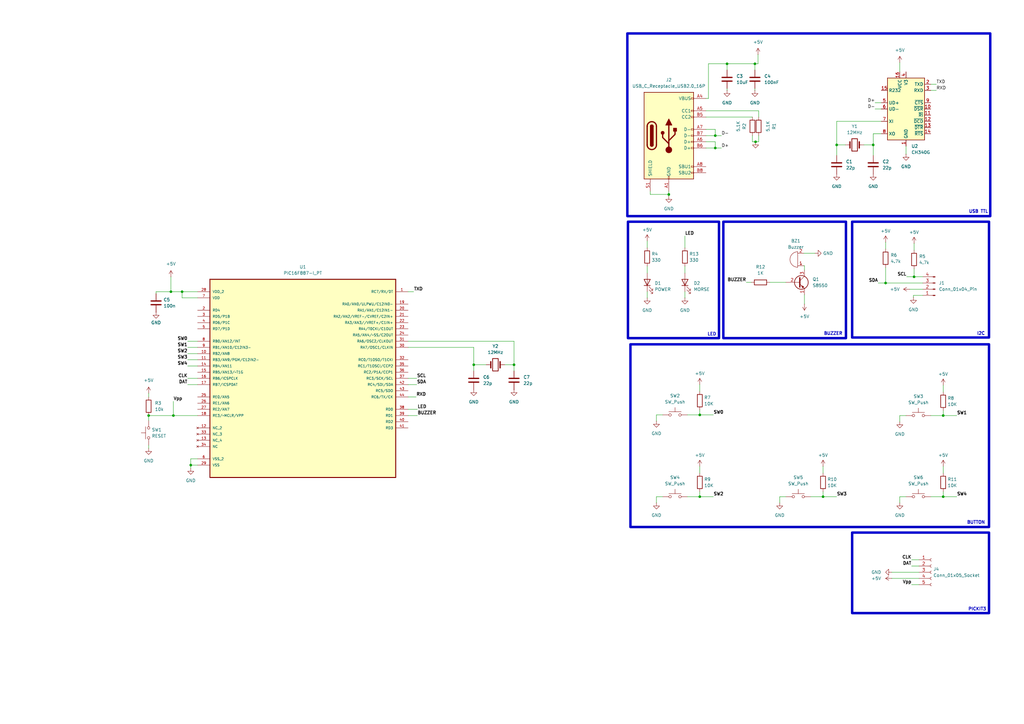
<source format=kicad_sch>
(kicad_sch (version 20231120) (generator "eeschema") (generator_version "8.0")
  (paper "A3")
  (lib_symbols
    (symbol "Connector:Conn_01x04_Pin" (pin_names (offset 1.016) hide)
      (property "Reference" "J" (at 0 5.08 0))
      (property "Value" "Conn_01x04_Pin" (at 0 -7.62 0))
      (symbol "Conn_01x04_Pin_1_1"
        (polyline (pts (xy 1.27 -5.08) (xy 0.8636 -5.08)) (stroke (width 0.1524)))
        (polyline (pts (xy 1.27 -2.54) (xy 0.8636 -2.54)) (stroke (width 0.1524)))
        (polyline (pts (xy 1.27 0) (xy 0.8636 0)) (stroke (width 0.1524)))
        (polyline (pts (xy 1.27 2.54) (xy 0.8636 2.54)) (stroke (width 0.1524)))
        (rectangle (start 0.8636 -4.953) (end 0 -5.207) (stroke (width 0.1524)) (fill (type outline)))
        (rectangle (start 0.8636 -2.413) (end 0 -2.667) (stroke (width 0.1524)) (fill (type outline)))
        (rectangle (start 0.8636 0.127) (end 0 -0.127) (stroke (width 0.1524)) (fill (type outline)))
        (rectangle (start 0.8636 2.667) (end 0 2.413) (stroke (width 0.1524)) (fill (type outline)))
        (pin passive line (at 5.08 2.54 180) (length 3.81) (name "Pin_1") (number "1"))
        (pin passive line (at 5.08 0 180) (length 3.81) (name "Pin_2") (number "2"))
        (pin passive line (at 5.08 -2.54 180) (length 3.81) (name "Pin_3") (number "3"))
        (pin passive line (at 5.08 -5.08 180) (length 3.81) (name "Pin_4") (number "4"))
      )
    )
    (symbol "Connector:Conn_01x05_Socket" (pin_names (offset 1.016) hide)
      (property "Reference" "J" (at 0 7.62 0))
      (property "Value" "Conn_01x05_Socket" (at 0 -7.62 0))
      (symbol "Conn_01x05_Socket_1_1"
        (arc (start 0 -4.572) (mid -0.5058 -5.08) (end 0 -5.588) (stroke (width 0.1524)))
        (arc (start 0 -2.032) (mid -0.5058 -2.54) (end 0 -3.048) (stroke (width 0.1524)))
        (polyline (pts (xy -1.27 -5.08) (xy -0.508 -5.08)) (stroke (width 0.1524)))
        (polyline (pts (xy -1.27 -2.54) (xy -0.508 -2.54)) (stroke (width 0.1524)))
        (polyline (pts (xy -1.27 0) (xy -0.508 0)) (stroke (width 0.1524)))
        (polyline (pts (xy -1.27 2.54) (xy -0.508 2.54)) (stroke (width 0.1524)))
        (polyline (pts (xy -1.27 5.08) (xy -0.508 5.08)) (stroke (width 0.1524)))
        (arc (start 0 0.508) (mid -0.5058 0) (end 0 -0.508) (stroke (width 0.1524)))
        (arc (start 0 3.048) (mid -0.5058 2.54) (end 0 2.032) (stroke (width 0.1524)))
        (arc (start 0 5.588) (mid -0.5058 5.08) (end 0 4.572) (stroke (width 0.1524)))
        (pin passive line (at -5.08 5.08 0) (length 3.81) (name "Pin_1") (number "1"))
        (pin passive line (at -5.08 2.54 0) (length 3.81) (name "Pin_2") (number "2"))
        (pin passive line (at -5.08 0 0) (length 3.81) (name "Pin_3") (number "3"))
        (pin passive line (at -5.08 -2.54 0) (length 3.81) (name "Pin_4") (number "4"))
        (pin passive line (at -5.08 -5.08 0) (length 3.81) (name "Pin_5") (number "5"))
      )
    )
    (symbol "Connector:USB_C_Receptacle_USB2.0_16P" (pin_names (offset 1.016))
      (property "Reference" "J" (at 0 22.225 0))
      (property "Value" "USB_C_Receptacle_USB2.0_16P" (at 0 19.685 0))
      (symbol "USB_C_Receptacle_USB2.0_16P_0_0"
        (rectangle (start -0.254 -17.78) (end 0.254 -16.764))
        (rectangle (start 10.16 -14.986) (end 9.144 -15.494))
        (rectangle (start 10.16 -12.446) (end 9.144 -12.954))
        (rectangle (start 10.16 -4.826) (end 9.144 -5.334))
        (rectangle (start 10.16 -2.286) (end 9.144 -2.794))
        (rectangle (start 10.16 0.254) (end 9.144 -0.254))
        (rectangle (start 10.16 2.794) (end 9.144 2.286))
        (rectangle (start 10.16 7.874) (end 9.144 7.366))
        (rectangle (start 10.16 10.414) (end 9.144 9.906))
        (rectangle (start 10.16 15.494) (end 9.144 14.986))
      )
      (symbol "USB_C_Receptacle_USB2.0_16P_0_1"
        (rectangle (start -10.16 17.78) (end 10.16 -17.78) (stroke (width 0.254)) (fill (type background)))
        (arc (start -8.89 -3.81) (mid -6.985 -5.7067) (end -5.08 -3.81) (stroke (width 0.508)))
        (arc (start -7.62 -3.81) (mid -6.985 -4.4423) (end -6.35 -3.81) (stroke (width 0.254)))
        (arc (start -7.62 -3.81) (mid -6.985 -4.4423) (end -6.35 -3.81) (stroke (width 0.254)) (fill (type outline)))
        (rectangle (start -7.62 -3.81) (end -6.35 3.81) (stroke (width 0.254)) (fill (type outline)))
        (arc (start -6.35 3.81) (mid -6.985 4.4423) (end -7.62 3.81) (stroke (width 0.254)))
        (arc (start -6.35 3.81) (mid -6.985 4.4423) (end -7.62 3.81) (stroke (width 0.254)) (fill (type outline)))
        (arc (start -5.08 3.81) (mid -6.985 5.7067) (end -8.89 3.81) (stroke (width 0.508)))
        (circle (center -2.54 1.143) (radius 0.635) (stroke (width 0.254)) (fill (type outline)))
        (circle (center 0 -5.842) (radius 1.27) (fill (type outline)))
        (polyline (pts (xy -8.89 -3.81) (xy -8.89 3.81)) (stroke (width 0.508)))
        (polyline (pts (xy -5.08 3.81) (xy -5.08 -3.81)) (stroke (width 0.508)))
        (polyline (pts (xy 0 -5.842) (xy 0 4.318)) (stroke (width 0.508)))
        (polyline (pts (xy 0 -3.302) (xy -2.54 -0.762) (xy -2.54 0.508)) (stroke (width 0.508)))
        (polyline (pts (xy 0 -2.032) (xy 2.54 0.508) (xy 2.54 1.778)) (stroke (width 0.508)))
        (polyline (pts (xy -1.27 4.318) (xy 0 6.858) (xy 1.27 4.318) (xy -1.27 4.318)) (stroke (width 0.254)) (fill (type outline)))
        (rectangle (start 1.905 1.778) (end 3.175 3.048) (stroke (width 0.254)) (fill (type outline)))
      )
      (symbol "USB_C_Receptacle_USB2.0_16P_1_1"
        (pin passive line (at 0 -22.86 90) (length 5.08) (name "GND") (number "A1"))
        (pin passive line (at 0 -22.86 90) (length 5.08) hide (name "GND") (number "A12"))
        (pin passive line (at 15.24 15.24 180) (length 5.08) (name "VBUS") (number "A4"))
        (pin bidirectional line (at 15.24 10.16 180) (length 5.08) (name "CC1") (number "A5"))
        (pin bidirectional line (at 15.24 -2.54 180) (length 5.08) (name "D+") (number "A6"))
        (pin bidirectional line (at 15.24 2.54 180) (length 5.08) (name "D-") (number "A7"))
        (pin bidirectional line (at 15.24 -12.7 180) (length 5.08) (name "SBU1") (number "A8"))
        (pin passive line (at 15.24 15.24 180) (length 5.08) hide (name "VBUS") (number "A9"))
        (pin passive line (at 0 -22.86 90) (length 5.08) hide (name "GND") (number "B1"))
        (pin passive line (at 0 -22.86 90) (length 5.08) hide (name "GND") (number "B12"))
        (pin passive line (at 15.24 15.24 180) (length 5.08) hide (name "VBUS") (number "B4"))
        (pin bidirectional line (at 15.24 7.62 180) (length 5.08) (name "CC2") (number "B5"))
        (pin bidirectional line (at 15.24 -5.08 180) (length 5.08) (name "D+") (number "B6"))
        (pin bidirectional line (at 15.24 0 180) (length 5.08) (name "D-") (number "B7"))
        (pin bidirectional line (at 15.24 -15.24 180) (length 5.08) (name "SBU2") (number "B8"))
        (pin passive line (at 15.24 15.24 180) (length 5.08) hide (name "VBUS") (number "B9"))
        (pin passive line (at -7.62 -22.86 90) (length 5.08) (name "SHIELD") (number "S1"))
      )
    )
    (symbol "Device:Buzzer" (pin_names (offset 0.0254) hide)
      (property "Reference" "BZ" (at 3.81 1.27 0))
      (property "Value" "Buzzer" (at 3.81 -1.27 0))
      (symbol "Buzzer_0_1"
        (arc (start 0 -3.175) (mid 3.1612 0) (end 0 3.175))
        (polyline (pts (xy -1.651 1.905) (xy -1.143 1.905)))
        (polyline (pts (xy -1.397 2.159) (xy -1.397 1.651)))
        (polyline (pts (xy 0 3.175) (xy 0 -3.175)))
      )
      (symbol "Buzzer_1_1"
        (pin passive line (at -2.54 2.54 0) (length 2.54) (name "-") (number "1"))
        (pin passive line (at -2.54 -2.54 0) (length 2.54) (name "+") (number "2"))
      )
    )
    (symbol "Device:C" (pin_numbers hide) (pin_names (offset 0.254))
      (property "Reference" "C" (at 0.635 2.54 0))
      (property "Value" "C" (at 0.635 -2.54 0))
      (symbol "C_0_1"
        (polyline (pts (xy -2.032 -0.762) (xy 2.032 -0.762)) (stroke (width 0.508)))
        (polyline (pts (xy -2.032 0.762) (xy 2.032 0.762)) (stroke (width 0.508)))
      )
      (symbol "C_1_1"
        (pin passive line (at 0 3.81 270) (length 2.794) (name "~") (number "1"))
        (pin passive line (at 0 -3.81 90) (length 2.794) (name "~") (number "2"))
      )
    )
    (symbol "Device:Crystal" (pin_numbers hide) (pin_names (offset 1.016) hide)
      (property "Reference" "Y" (at 0 3.81 0))
      (property "Value" "Crystal" (at 0 -3.81 0))
      (symbol "Crystal_0_1"
        (rectangle (start -1.143 2.54) (end 1.143 -2.54) (stroke (width 0.3048)))
        (polyline (pts (xy -2.54 0) (xy -1.905 0)))
        (polyline (pts (xy -1.905 -1.27) (xy -1.905 1.27)) (stroke (width 0.508)))
        (polyline (pts (xy 1.905 -1.27) (xy 1.905 1.27)) (stroke (width 0.508)))
        (polyline (pts (xy 2.54 0) (xy 1.905 0)))
      )
      (symbol "Crystal_1_1"
        (pin passive line (at -3.81 0 0) (length 1.27) (name "1") (number "1"))
        (pin passive line (at 3.81 0 180) (length 1.27) (name "2") (number "2"))
      )
    )
    (symbol "Device:LED" (pin_numbers hide) (pin_names (offset 1.016) hide)
      (property "Reference" "D" (at 0 2.54 0))
      (property "Value" "LED" (at 0 -2.54 0))
      (symbol "LED_0_1"
        (polyline (pts (xy -1.27 -1.27) (xy -1.27 1.27)) (stroke (width 0.254)))
        (polyline (pts (xy -1.27 0) (xy 1.27 0)))
        (polyline (pts (xy 1.27 -1.27) (xy 1.27 1.27) (xy -1.27 0) (xy 1.27 -1.27)) (stroke (width 0.254)))
        (polyline (pts (xy -3.048 -0.762) (xy -4.572 -2.286) (xy -3.81 -2.286) (xy -4.572 -2.286) (xy -4.572 -1.524)))
        (polyline (pts (xy -1.778 -0.762) (xy -3.302 -2.286) (xy -2.54 -2.286) (xy -3.302 -2.286) (xy -3.302 -1.524)))
      )
      (symbol "LED_1_1"
        (pin passive line (at -3.81 0 0) (length 2.54) (name "K") (number "1"))
        (pin passive line (at 3.81 0 180) (length 2.54) (name "A") (number "2"))
      )
    )
    (symbol "Device:R" (pin_numbers hide) (pin_names (offset 0))
      (property "Reference" "R" (at 2.032 0 90))
      (property "Value" "R" (at 0 0 90))
      (symbol "R_0_1"
        (rectangle (start -1.016 -2.54) (end 1.016 2.54) (stroke (width 0.254)))
      )
      (symbol "R_1_1"
        (pin passive line (at 0 3.81 270) (length 1.27) (name "~") (number "1"))
        (pin passive line (at 0 -3.81 90) (length 1.27) (name "~") (number "2"))
      )
    )
    (symbol "Interface_USB:CH340G"
      (property "Reference" "U" (at -5.08 13.97 0))
      (property "Value" "CH340G" (at 1.27 13.97 0))
      (symbol "CH340G_0_1"
        (rectangle (start -7.62 12.7) (end 7.62 -12.7) (stroke (width 0.254)) (fill (type background)))
      )
      (symbol "CH340G_1_1"
        (pin power_in line (at 0 -15.24 90) (length 2.54) (name "GND") (number "1"))
        (pin input line (at 10.16 0 180) (length 2.54) (name "~{DSR}") (number "10"))
        (pin input line (at 10.16 -2.54 180) (length 2.54) (name "~{RI}") (number "11"))
        (pin input line (at 10.16 -5.08 180) (length 2.54) (name "~{DCD}") (number "12"))
        (pin output line (at 10.16 -7.62 180) (length 2.54) (name "~{DTR}") (number "13"))
        (pin output line (at 10.16 -10.16 180) (length 2.54) (name "~{RTS}") (number "14"))
        (pin input line (at -10.16 7.62 0) (length 2.54) (name "R232") (number "15"))
        (pin power_in line (at -2.54 15.24 270) (length 2.54) (name "VCC") (number "16"))
        (pin output line (at 10.16 10.16 180) (length 2.54) (name "TXD") (number "2"))
        (pin input line (at 10.16 7.62 180) (length 2.54) (name "RXD") (number "3"))
        (pin power_out line (at 0 15.24 270) (length 2.54) (name "V3") (number "4"))
        (pin bidirectional line (at -10.16 2.54 0) (length 2.54) (name "UD+") (number "5"))
        (pin bidirectional line (at -10.16 0 0) (length 2.54) (name "UD-") (number "6"))
        (pin input line (at -10.16 -5.08 0) (length 2.54) (name "XI") (number "7"))
        (pin output line (at -10.16 -10.16 0) (length 2.54) (name "XO") (number "8"))
        (pin input line (at 10.16 2.54 180) (length 2.54) (name "~{CTS}") (number "9"))
      )
    )
    (symbol "PIC16F887-I_PT:PIC16F887-I_PT" (pin_names (offset 1.016))
      (property "Reference" "U" (at -6.8716 40.1864 0))
      (property "Value" "PIC16F887-I_PT" (at -5.6667 -46.9087 0))
      (symbol "PIC16F887-I_PT_0_0"
        (rectangle (start -38.1 -43.18) (end 38.1 38.1) (stroke (width 0.4064)) (fill (type background)))
        (pin bidirectional line (at 43.18 33.02 180) (length 5.08) (name "RC7/RX/DT") (number "1"))
        (pin bidirectional line (at -43.18 7.62 0) (length 5.08) (name "RB2/AN8") (number "10"))
        (pin bidirectional line (at -43.18 5.08 0) (length 5.08) (name "RB3/AN9/PGM/C12IN2-") (number "11"))
        (pin no_connect line (at -43.18 -22.86 0) (length 5.08) (name "NC_2") (number "12"))
        (pin no_connect line (at -43.18 -27.94 0) (length 5.08) (name "NC_4") (number "13"))
        (pin bidirectional line (at -43.18 2.54 0) (length 5.08) (name "RB4/AN11") (number "14"))
        (pin bidirectional line (at -43.18 0 0) (length 5.08) (name "RB5/AN13/~T1G") (number "15"))
        (pin bidirectional line (at -43.18 -2.54 0) (length 5.08) (name "RB6/ICSPCLK") (number "16"))
        (pin bidirectional line (at -43.18 -5.08 0) (length 5.08) (name "RB7/ICSPDAT") (number "17"))
        (pin bidirectional line (at -43.18 -17.78 0) (length 5.08) (name "RE3/~MCLR/VPP") (number "18"))
        (pin bidirectional line (at 43.18 27.94 180) (length 5.08) (name "RA0/AN0/ULPWU/C12IN0-") (number "19"))
        (pin bidirectional line (at -43.18 25.4 0) (length 5.08) (name "RD4") (number "2"))
        (pin bidirectional line (at 43.18 25.4 180) (length 5.08) (name "RA1/AN1/C12IN1-") (number "20"))
        (pin bidirectional line (at 43.18 22.86 180) (length 5.08) (name "RA2/AN2/VREF-/CVREF/C2IN+") (number "21"))
        (pin bidirectional line (at 43.18 20.32 180) (length 5.08) (name "RA3/AN3//VREF+/C1IN+") (number "22"))
        (pin bidirectional line (at 43.18 17.78 180) (length 5.08) (name "RA4/T0CKI/C1OUT") (number "23"))
        (pin bidirectional line (at 43.18 15.24 180) (length 5.08) (name "RA5/AN4/~SS/C2OUT") (number "24"))
        (pin bidirectional line (at -43.18 -10.16 0) (length 5.08) (name "RE0/AN5") (number "25"))
        (pin bidirectional line (at -43.18 -12.7 0) (length 5.08) (name "RE1/AN6") (number "26"))
        (pin bidirectional line (at -43.18 -15.24 0) (length 5.08) (name "RE2/AN7") (number "27"))
        (pin power_in line (at -43.18 33.02 0) (length 5.08) (name "VDD_2") (number "28"))
        (pin passive line (at -43.18 -38.1 0) (length 5.08) (name "VSS") (number "29"))
        (pin bidirectional line (at -43.18 22.86 0) (length 5.08) (name "RD5/P1B") (number "3"))
        (pin bidirectional line (at 43.18 10.16 180) (length 5.08) (name "RA7/OSC1/CLKIN") (number "30"))
        (pin bidirectional line (at 43.18 12.7 180) (length 5.08) (name "RA6/OSC2/CLKOUT") (number "31"))
        (pin bidirectional line (at 43.18 5.08 180) (length 5.08) (name "RC0/T1OSO/T1CKI") (number "32"))
        (pin no_connect line (at -43.18 -25.4 0) (length 5.08) (name "NC_3") (number "33"))
        (pin no_connect line (at -43.18 -30.48 0) (length 5.08) (name "NC") (number "34"))
        (pin bidirectional line (at 43.18 2.54 180) (length 5.08) (name "RC1/T1OSCI/CCP2") (number "35"))
        (pin bidirectional line (at 43.18 0 180) (length 5.08) (name "RC2/P1A/CCP1") (number "36"))
        (pin bidirectional line (at 43.18 -2.54 180) (length 5.08) (name "RC3/SCK/SCL") (number "37"))
        (pin bidirectional line (at 43.18 -15.24 180) (length 5.08) (name "RD0") (number "38"))
        (pin bidirectional line (at 43.18 -17.78 180) (length 5.08) (name "RD1") (number "39"))
        (pin bidirectional line (at -43.18 20.32 0) (length 5.08) (name "RD6/P1C") (number "4"))
        (pin bidirectional line (at 43.18 -20.32 180) (length 5.08) (name "RD2") (number "40"))
        (pin bidirectional line (at 43.18 -22.86 180) (length 5.08) (name "RD3") (number "41"))
        (pin bidirectional line (at 43.18 -5.08 180) (length 5.08) (name "RC4/SDI/SDA") (number "42"))
        (pin bidirectional line (at 43.18 -7.62 180) (length 5.08) (name "RC5/SDO") (number "43"))
        (pin bidirectional line (at 43.18 -10.16 180) (length 5.08) (name "RC6/TX/CK") (number "44"))
        (pin bidirectional line (at -43.18 17.78 0) (length 5.08) (name "RD7/P1D") (number "5"))
        (pin passive line (at -43.18 -35.56 0) (length 5.08) (name "VSS_2") (number "6"))
        (pin power_in line (at -43.18 30.48 0) (length 5.08) (name "VDD") (number "7"))
        (pin bidirectional line (at -43.18 12.7 0) (length 5.08) (name "RB0/AN12/INT") (number "8"))
        (pin bidirectional line (at -43.18 10.16 0) (length 5.08) (name "RB1/AN10/C12IN3-") (number "9"))
      )
    )
    (symbol "Switch:SW_Push" (pin_numbers hide) (pin_names (offset 1.016) hide)
      (property "Reference" "SW" (at 1.27 2.54 0))
      (property "Value" "SW_Push" (at 0 -1.524 0))
      (symbol "SW_Push_0_1"
        (circle (center -2.032 0) (radius 0.508))
        (polyline (pts (xy 0 1.27) (xy 0 3.048)))
        (polyline (pts (xy 2.54 1.27) (xy -2.54 1.27)))
        (circle (center 2.032 0) (radius 0.508))
        (pin passive line (at -5.08 0 0) (length 2.54) (name "1") (number "1"))
        (pin passive line (at 5.08 0 180) (length 2.54) (name "2") (number "2"))
      )
    )
    (symbol "Transistor_BJT:S8550" (pin_names (offset 0) hide)
      (property "Reference" "Q" (at 5.08 1.905 0))
      (property "Value" "S8550" (at 5.08 0 0))
      (symbol "S8550_0_1"
        (polyline (pts (xy 0 0) (xy 0.635 0)))
        (polyline (pts (xy 2.54 -2.54) (xy 0.635 -0.635)))
        (polyline (pts (xy 2.54 2.54) (xy 0.635 0.635)))
        (polyline (pts (xy 0.635 1.905) (xy 0.635 -1.905) (xy 0.635 -1.905)) (stroke (width 0.508)) (fill (type outline)))
        (polyline (pts (xy 1.778 -2.286) (xy 2.286 -1.778) (xy 1.27 -1.27) (xy 1.778 -2.286) (xy 1.778 -2.286)) (fill (type outline)))
        (circle (center 1.27 0) (radius 2.8194) (stroke (width 0.254)))
      )
      (symbol "S8550_1_1"
        (pin passive line (at 2.54 -5.08 90) (length 2.54) (name "E") (number "1"))
        (pin input line (at -5.08 0 0) (length 5.08) (name "B") (number "2"))
        (pin passive line (at 2.54 5.08 270) (length 2.54) (name "C") (number "3"))
      )
    )
    (symbol "power:+5V" (power) (pin_numbers hide) (pin_names (offset 0) hide)
      (property "Value" "+5V" (at 0 3.556 0))
      (symbol "+5V_0_1"
        (polyline (pts (xy -0.762 1.27) (xy 0 2.54)))
        (polyline (pts (xy 0 0) (xy 0 2.54)))
        (polyline (pts (xy 0 2.54) (xy 0.762 1.27)))
      )
      (symbol "+5V_1_1"
        (pin power_in line (at 0 0 90) (length 0) (name "~") (number "1"))
      )
    )
    (symbol "power:GND" (power) (pin_numbers hide) (pin_names (offset 0) hide)
      (property "Value" "GND" (at 0 -3.81 0))
      (symbol "GND_0_1"
        (polyline (pts (xy 0 0) (xy 0 -1.27) (xy 1.27 -1.27) (xy 0 -2.54) (xy -1.27 -1.27) (xy 0 -1.27)))
      )
      (symbol "GND_1_1"
        (pin power_in line (at 0 0 270) (length 0) (name "~") (number "1"))
      )
    )
  )
  (junction (at 337.566 203.708))
  (junction (at 386.842 203.708))
  (junction (at 60.96 170.434))
  (junction (at 71.12 170.434))
  (junction (at 363.22 116.078))
  (junction (at 293.37 60.706))
  (junction (at 298.196 26.162))
  (junction (at 70.104 119.634))
  (junction (at 386.842 170.434))
  (junction (at 343.154 59.436))
  (junction (at 358.14 59.436))
  (junction (at 309.88 58.166))
  (junction (at 194.31 149.606))
  (junction (at 287.02 170.18))
  (junction (at 78.232 190.754))
  (junction (at 210.82 149.606))
  (junction (at 287.02 203.708))
  (junction (at 274.32 79.756))
  (junction (at 293.37 55.626))
  (junction (at 374.904 113.538))
  (junction (at 74.676 119.634))
  (junction (at 309.626 26.162))
  (wire (pts (xy 374.904 113.538) (xy 378.46 113.538)))
  (wire (pts (xy 373.888 229.616) (xy 376.936 229.616)))
  (wire (pts (xy 293.37 60.706) (xy 293.37 58.166)))
  (wire (pts (xy 71.12 170.434) (xy 81.026 170.434)))
  (wire (pts (xy 81.026 188.214) (xy 78.232 188.214)))
  (wire (pts (xy 293.37 60.706) (xy 295.91 60.706)))
  (wire (pts (xy 306.07 115.824) (xy 308.102 115.824)))
  (wire (pts (xy 274.32 78.486) (xy 274.32 79.756)))
  (wire (pts (xy 60.96 182.626) (xy 60.96 183.896)))
  (wire (pts (xy 269.24 203.708) (xy 271.78 203.708)))
  (wire (pts (xy 373.888 232.156) (xy 376.936 232.156)))
  (wire (pts (xy 298.196 26.162) (xy 309.626 26.162)))
  (wire (pts (xy 329.946 108.966) (xy 329.692 108.966)))
  (wire (pts (xy 76.962 155.194) (xy 81.026 155.194)))
  (wire (pts (xy 269.24 206.248) (xy 269.24 203.708)))
  (wire (pts (xy 289.56 60.706) (xy 293.37 60.706)))
  (wire (pts (xy 386.842 191.262) (xy 386.842 194.056)))
  (wire (pts (xy 363.22 99.314) (xy 363.22 102.108)))
  (wire (pts (xy 363.22 109.728) (xy 363.22 116.078)))
  (wire (pts (xy 373.126 118.618) (xy 378.46 118.618)))
  (wire (pts (xy 290.576 40.386) (xy 289.56 40.386)))
  (wire (pts (xy 289.56 53.086) (xy 293.37 53.086)))
  (wire (pts (xy 76.962 147.574) (xy 81.026 147.574)))
  (wire (pts (xy 371.856 113.538) (xy 374.904 113.538)))
  (wire (pts (xy 207.01 149.606) (xy 210.82 149.606)))
  (wire (pts (xy 74.676 122.174) (xy 74.676 119.634)))
  (wire (pts (xy 315.722 115.824) (xy 322.326 115.824)))
  (wire (pts (xy 289.56 48.006) (xy 308.61 48.006)))
  (wire (pts (xy 386.842 168.402) (xy 386.842 170.434)))
  (wire (pts (xy 167.386 139.954) (xy 210.82 139.954)))
  (wire (pts (xy 290.576 26.162) (xy 298.196 26.162)))
  (wire (pts (xy 194.31 149.606) (xy 199.39 149.606)))
  (wire (pts (xy 337.566 201.676) (xy 337.566 203.708)))
  (wire (pts (xy 369.062 206.248) (xy 369.062 203.708)))
  (wire (pts (xy 365.76 234.696) (xy 376.936 234.696)))
  (wire (pts (xy 293.37 53.086) (xy 293.37 55.626)))
  (wire (pts (xy 360.172 116.078) (xy 363.22 116.078)))
  (wire (pts (xy 76.962 139.954) (xy 81.026 139.954)))
  (wire (pts (xy 369.062 170.434) (xy 371.602 170.434)))
  (wire (pts (xy 337.566 191.262) (xy 337.566 194.056)))
  (wire (pts (xy 354.33 59.436) (xy 358.14 59.436)))
  (wire (pts (xy 74.676 122.174) (xy 81.026 122.174)))
  (wire (pts (xy 386.842 201.676) (xy 386.842 203.708)))
  (wire (pts (xy 60.96 170.434) (xy 60.96 172.466)))
  (wire (pts (xy 60.96 170.434) (xy 71.12 170.434)))
  (wire (pts (xy 70.104 119.634) (xy 74.676 119.634)))
  (wire (pts (xy 269.24 172.72) (xy 269.24 170.18)))
  (wire (pts (xy 78.232 190.754) (xy 78.232 192.024)))
  (wire (pts (xy 289.56 55.626) (xy 293.37 55.626)))
  (wire (pts (xy 343.154 59.436) (xy 343.154 49.784)))
  (wire (pts (xy 210.82 139.954) (xy 210.82 149.606)))
  (wire (pts (xy 343.154 59.436) (xy 346.71 59.436)))
  (wire (pts (xy 266.7 79.756) (xy 274.32 79.756)))
  (wire (pts (xy 358.902 44.704) (xy 361.442 44.704)))
  (wire (pts (xy 265.43 119.634) (xy 265.43 122.174)))
  (wire (pts (xy 280.924 96.774) (xy 280.924 101.6)))
  (wire (pts (xy 358.14 54.864) (xy 358.14 59.436)))
  (wire (pts (xy 167.386 142.494) (xy 194.31 142.494)))
  (wire (pts (xy 329.692 103.886) (xy 334.264 103.886)))
  (wire (pts (xy 287.02 168.148) (xy 287.02 170.18)))
  (wire (pts (xy 274.32 79.756) (xy 274.32 80.518)))
  (wire (pts (xy 381.762 34.544) (xy 384.048 34.544)))
  (wire (pts (xy 71.12 164.592) (xy 71.12 170.434)))
  (wire (pts (xy 287.02 203.708) (xy 292.608 203.708)))
  (wire (pts (xy 280.924 119.634) (xy 280.924 122.174)))
  (wire (pts (xy 167.386 170.434) (xy 171.196 170.434)))
  (wire (pts (xy 265.43 98.806) (xy 265.43 101.6)))
  (wire (pts (xy 309.626 26.162) (xy 310.896 26.162)))
  (wire (pts (xy 167.386 162.814) (xy 170.688 162.814)))
  (wire (pts (xy 290.576 26.162) (xy 290.576 40.386)))
  (wire (pts (xy 76.962 142.494) (xy 81.026 142.494)))
  (wire (pts (xy 310.896 26.162) (xy 310.896 22.352)))
  (wire (pts (xy 369.062 203.708) (xy 371.602 203.708)))
  (wire (pts (xy 343.154 49.784) (xy 361.442 49.784)))
  (wire (pts (xy 280.924 109.22) (xy 280.924 112.014)))
  (wire (pts (xy 293.37 55.626) (xy 295.91 55.626)))
  (wire (pts (xy 266.7 78.486) (xy 266.7 79.756)))
  (wire (pts (xy 194.31 142.494) (xy 194.31 149.606)))
  (wire (pts (xy 298.196 36.322) (xy 298.196 37.084)))
  (wire (pts (xy 167.386 119.634) (xy 169.672 119.634)))
  (wire (pts (xy 78.232 188.214) (xy 78.232 190.754)))
  (wire (pts (xy 319.786 206.248) (xy 319.786 203.708)))
  (wire (pts (xy 70.104 113.538) (xy 70.104 119.634)))
  (wire (pts (xy 289.56 45.466) (xy 311.15 45.466)))
  (wire (pts (xy 287.02 170.18) (xy 292.608 170.18)))
  (wire (pts (xy 298.196 26.162) (xy 298.196 28.702)))
  (wire (pts (xy 365.76 237.236) (xy 376.936 237.236)))
  (wire (pts (xy 369.062 172.974) (xy 369.062 170.434)))
  (wire (pts (xy 76.962 145.034) (xy 81.026 145.034)))
  (wire (pts (xy 281.94 203.708) (xy 287.02 203.708)))
  (wire (pts (xy 78.232 190.754) (xy 81.026 190.754)))
  (wire (pts (xy 374.65 121.158) (xy 374.65 121.92)))
  (wire (pts (xy 358.14 54.864) (xy 361.442 54.864)))
  (wire (pts (xy 381.762 170.434) (xy 386.842 170.434)))
  (wire (pts (xy 287.02 191.262) (xy 287.02 194.056)))
  (wire (pts (xy 332.486 203.708) (xy 337.566 203.708)))
  (wire (pts (xy 76.962 157.734) (xy 81.026 157.734)))
  (wire (pts (xy 371.602 59.944) (xy 371.602 63.246)))
  (wire (pts (xy 74.676 119.634) (xy 81.026 119.634)))
  (wire (pts (xy 358.14 59.436) (xy 358.14 63.754)))
  (wire (pts (xy 319.786 203.708) (xy 322.326 203.708)))
  (wire (pts (xy 386.842 203.708) (xy 392.43 203.708)))
  (wire (pts (xy 311.15 58.166) (xy 311.15 55.626)))
  (wire (pts (xy 381.762 37.084) (xy 384.048 37.084)))
  (wire (pts (xy 329.946 120.904) (xy 329.946 124.714)))
  (wire (pts (xy 373.888 239.776) (xy 376.936 239.776)))
  (wire (pts (xy 269.24 170.18) (xy 271.78 170.18)))
  (wire (pts (xy 167.386 155.194) (xy 170.942 155.194)))
  (wire (pts (xy 308.61 58.166) (xy 309.88 58.166)))
  (wire (pts (xy 308.61 55.626) (xy 308.61 58.166)))
  (wire (pts (xy 378.46 121.158) (xy 374.65 121.158)))
  (wire (pts (xy 287.02 157.734) (xy 287.02 160.528)))
  (wire (pts (xy 343.154 59.436) (xy 343.154 63.754)))
  (wire (pts (xy 309.626 36.322) (xy 309.626 37.084)))
  (wire (pts (xy 281.94 170.18) (xy 287.02 170.18)))
  (wire (pts (xy 374.904 110.236) (xy 374.904 113.538)))
  (wire (pts (xy 386.842 157.988) (xy 386.842 160.782)))
  (wire (pts (xy 167.386 167.894) (xy 171.196 167.894)))
  (wire (pts (xy 369.062 25.654) (xy 369.062 29.464)))
  (wire (pts (xy 289.56 58.166) (xy 293.37 58.166)))
  (wire (pts (xy 287.02 201.676) (xy 287.02 203.708)))
  (wire (pts (xy 265.43 109.22) (xy 265.43 112.014)))
  (wire (pts (xy 64.008 120.396) (xy 64.008 119.634)))
  (wire (pts (xy 358.902 42.164) (xy 361.442 42.164)))
  (wire (pts (xy 167.386 157.734) (xy 170.942 157.734)))
  (wire (pts (xy 374.904 99.822) (xy 374.904 102.616)))
  (wire (pts (xy 194.31 152.146) (xy 194.31 149.606)))
  (wire (pts (xy 311.15 45.466) (xy 311.15 48.006)))
  (wire (pts (xy 309.88 58.166) (xy 311.15 58.166)))
  (wire (pts (xy 210.82 149.606) (xy 210.82 152.146)))
  (wire (pts (xy 381.762 203.708) (xy 386.842 203.708)))
  (wire (pts (xy 386.842 170.434) (xy 392.43 170.434)))
  (wire (pts (xy 329.946 110.744) (xy 329.946 108.966)))
  (wire (pts (xy 309.626 26.162) (xy 309.626 28.702)))
  (wire (pts (xy 60.96 161.29) (xy 60.96 162.814)))
  (wire (pts (xy 64.008 119.634) (xy 70.104 119.634)))
  (wire (pts (xy 76.962 150.114) (xy 81.026 150.114)))
  (wire (pts (xy 337.566 203.708) (xy 343.154 203.708)))
  (wire (pts (xy 363.22 116.078) (xy 378.46 116.078)))
  (rectangle (start 296.672 90.932) (end 346.964 138.684) (stroke (width 1)))
  (rectangle (start 257.556 90.932) (end 294.894 138.684) (stroke (width 1)))
  (rectangle (start 349.504 90.932) (end 405.638 138.43) (stroke (width 1)))
  (rectangle (start 258.572 141.224) (end 405.638 216.154) (stroke (width 1)))
  (rectangle (start 349.504 218.44) (end 405.638 251.46) (stroke (width 1)))
  (rectangle (start 257.302 13.716) (end 406.146 88.646) (stroke (width 1)))
  (text "LED" (at 290.068 137.922 0) (effects (font (size 1.27 1.27) (bold yes)) (justify left bottom)))
  (text "BUTTON" (at 400.304 214.376 0) (effects (font (size 1.27 1.27) (thickness 0.254) (bold yes))))
  (text "BUZZER\n" (at 337.82 137.668 0) (effects (font (size 1.27 1.27) (bold yes)) (justify left bottom)))
  (text "I2C\n" (at 402.336 136.906 0) (effects (font (size 1.27 1.27) (thickness 0.254) (bold yes))))
  (text "PICKIT3\n" (at 400.812 249.936 0) (effects (font (size 1.27 1.27) (thickness 0.254) (bold yes))))
  (text "USB TTL" (at 401.32 86.868 0) (effects (font (size 1.27 1.27) (thickness 0.254) (bold yes))))
  (label "SW1" (at 76.962 142.494 180) (effects (font (bold yes))))
  (label "Vpp" (at 71.12 164.592 0) (effects (font (bold yes))))
  (label "D-" (at 295.91 55.626 0))
  (label "TXD" (at 384.048 34.544 0))
  (label "SDA" (at 170.942 157.734 0) (effects (font (bold yes))))
  (label "SW4" (at 76.962 150.114 180) (effects (font (bold yes))))
  (label "SW3" (at 343.154 203.708 0) (effects (font (bold yes))))
  (label "Vpp" (at 373.888 239.776 180) (effects (font (bold yes))))
  (label "SW1" (at 392.43 170.434 0) (effects (font (bold yes))))
  (label "LED" (at 280.924 96.774 0) (effects (font (bold yes))))
  (label "SW2" (at 292.608 203.708 0) (effects (font (bold yes))))
  (label "DAT" (at 76.962 157.734 180) (effects (font (bold yes))))
  (label "D+" (at 295.91 60.706 0))
  (label "BUZZER" (at 171.196 170.434 0) (effects (font (bold yes))))
  (label "BUZZER" (at 306.07 115.824 180) (effects (font (bold yes))))
  (label "TXD" (at 169.672 119.634 0) (effects (font (bold yes))))
  (label "D+" (at 358.902 42.164 180))
  (label "SW4" (at 392.43 203.708 0) (effects (font (bold yes))))
  (label "LED" (at 171.196 167.894 0) (effects (font (bold yes))))
  (label "SDA" (at 360.172 116.078 180) (effects (font (bold yes))))
  (label "SW0" (at 76.962 139.954 180) (effects (font (bold yes))))
  (label "D-" (at 358.902 44.704 180))
  (label "SCL" (at 170.942 155.194 0) (effects (font (bold yes))))
  (label "RXD" (at 170.688 162.814 0) (effects (font (bold yes))))
  (label "SW3" (at 76.962 147.574 180) (effects (font (bold yes))))
  (label "CLK" (at 76.962 155.194 180) (effects (font (bold yes))))
  (label "SW2" (at 76.962 145.034 180) (effects (font (bold yes))))
  (label "CLK" (at 373.888 229.616 180) (effects (font (bold yes))))
  (label "RXD" (at 384.048 37.084 0))
  (label "SW0" (at 292.608 170.18 0) (effects (font (bold yes))))
  (label "DAT" (at 373.888 232.156 180) (effects (font (bold yes))))
  (label "SCL" (at 371.856 113.538 180) (effects (font (bold yes))))
  (symbol (lib_id "power:GND") (at 194.31 159.766 0) (unit 1)
    (property "Reference" "#PWR015" (effects (hide yes)))
    (property "Value" "GND" (at 194.31 164.846 0))
    (property "Description" "Power symbol creates a global label with name \"GND\" , ground" (effects (hide yes)))
  )
  (symbol (lib_id "power:GND") (at 374.65 121.92 0) (unit 1)
    (property "Reference" "#PWR022" (effects (hide yes)))
    (property "Value" "GND" (at 374.65 127 0))
    (property "Description" "Power symbol creates a global label with name \"GND\" , ground" (effects (hide yes)))
  )
  (symbol (lib_id "power:GND") (at 60.96 183.896 0) (unit 1)
    (property "Reference" "#PWR014" (effects (hide yes)))
    (property "Value" "GND" (at 60.96 188.976 0))
    (property "Description" "Power symbol creates a global label with name \"GND\" , ground" (effects (hide yes)))
  )
  (symbol (lib_id "Switch:SW_Push") (at 327.406 203.708 0) (unit 1)
    (property "Reference" "SW5" (at 327.406 195.834 0))
    (property "Value" "SW_Push" (at 327.406 198.374 0))
    (property "Footprint" "Button_Switch_SMD:SW_Push_1P1T_NO_6x6mm_H9.5mm" (effects (hide yes)))
    (property "Description" "Push button switch, generic, two pins" (effects (hide yes)))
  )
  (symbol (lib_id "Switch:SW_Push") (at 60.96 177.546 90) (unit 1)
    (property "Reference" "SW1" (at 62.23 176.2759 90) (effects (justify right)))
    (property "Value" "RESET" (at 62.23 178.8159 90) (effects (justify right)))
    (property "Footprint" "Button_Switch_SMD:SW_Push_1P1T_NO_6x6mm_H9.5mm" (effects (hide yes)))
    (property "Description" "Push button switch, generic, two pins" (effects (hide yes)))
  )
  (symbol (lib_id "power:GND") (at 343.154 71.374 0) (unit 1)
    (property "Reference" "#PWR04" (effects (hide yes)))
    (property "Value" "GND" (at 343.154 76.454 0))
    (property "Description" "Power symbol creates a global label with name \"GND\" , ground" (effects (hide yes)))
  )
  (symbol (lib_id "power:GND") (at 274.32 80.518 0) (unit 1)
    (property "Reference" "#PWR02" (effects (hide yes)))
    (property "Value" "GND" (at 274.32 85.598 0))
    (property "Description" "Power symbol creates a global label with name \"GND\" , ground" (effects (hide yes)))
  )
  (symbol (lib_id "Switch:SW_Push") (at 276.86 170.18 0) (unit 1)
    (property "Reference" "SW2" (at 276.86 162.306 0))
    (property "Value" "SW_Push" (at 276.86 164.846 0))
    (property "Footprint" "Button_Switch_SMD:SW_Push_1P1T_NO_6x6mm_H9.5mm" (effects (hide yes)))
    (property "Description" "Push button switch, generic, two pins" (effects (hide yes)))
  )
  (symbol (lib_id "Device:R") (at 280.924 105.41 0) (unit 1)
    (property "Reference" "R13" (at 282.702 104.1399 0) (effects (justify left)))
    (property "Value" "330" (at 282.702 106.6799 0) (effects (justify left)))
    (property "Footprint" "Capacitor_SMD:C_0603_1608Metric" (effects (hide yes)))
    (property "Description" "Resistor" (effects (hide yes)))
  )
  (symbol (lib_id "power:GND") (at 298.196 37.084 0) (unit 1)
    (property "Reference" "#PWR06" (effects (hide yes)))
    (property "Value" "GND" (at 298.196 42.164 0))
    (property "Description" "Power symbol creates a global label with name \"GND\" , ground" (effects (hide yes)))
  )
  (symbol (lib_id "power:+5V") (at 374.904 99.822 0) (unit 1)
    (property "Reference" "#PWR019" (effects (hide yes)))
    (property "Value" "+5V" (at 374.904 95.25 0))
    (property "Description" "Power symbol creates a global label with name \"+5V\"" (effects (hide yes)))
  )
  (symbol (lib_id "Device:R") (at 386.842 197.866 0) (unit 1)
    (property "Reference" "R11" (at 388.62 196.5959 0) (effects (justify left)))
    (property "Value" "10K" (at 388.62 199.1359 0) (effects (justify left)))
    (property "Footprint" "Capacitor_SMD:C_0603_1608Metric" (effects (hide yes)))
    (property "Description" "Resistor" (effects (hide yes)))
  )
  (symbol (lib_id "power:+5V") (at 329.946 124.714 180) (unit 1)
    (property "Reference" "#PWR033" (effects (hide yes)))
    (property "Value" "+5V" (at 329.946 129.794 0))
  )
  (symbol (lib_id "power:+5V") (at 287.02 191.262 0) (unit 1)
    (property "Reference" "#PWR028" (effects (hide yes)))
    (property "Value" "+5V" (at 287.02 186.69 0))
    (property "Description" "Power symbol creates a global label with name \"+5V\"" (effects (hide yes)))
  )
  (symbol (lib_id "Device:R") (at 60.96 166.624 0) (unit 1)
    (property "Reference" "R3" (at 63.5 165.3539 0) (effects (justify left)))
    (property "Value" "10k" (at 63.5 167.8939 0) (effects (justify left)))
    (property "Footprint" "Capacitor_SMD:C_0603_1608Metric" (effects (hide yes)))
    (property "Description" "Resistor" (effects (hide yes)))
  )
  (symbol (lib_id "PIC16F887-I_PT:PIC16F887-I_PT") (at 124.206 152.654 0) (unit 1)
    (property "Reference" "U1" (at 124.206 109.474 0))
    (property "Value" "PIC16F887-I_PT" (at 124.206 112.014 0))
    (property "Footprint" "Package_QFP:TQFP-44_10x10mm_P0.8mm" (effects (hide yes)))
    (property "MF" "Microchip" (effects (hide yes)))
    (property "Description_1" "\nMCU, 8-Bit, 8KW Flash, 368 RAM, 36 I/O, TQFP-44 | Microchip Technology Inc. PIC16F887-I/PT\n" (effects (hide yes)))
    (property "PACKAGE" "QFP-44" (effects (hide yes)))
    (property "MPN" "PIC16F887-I/PT" (effects (hide yes)))
    (property "Price" "None" (effects (hide yes)))
    (property "Package" "TQFP-44 Microchip" (effects (hide yes)))
    (property "OC_FARNELL" "1439542" (effects (hide yes)))
    (property "SnapEDA_Link" "https://www.snapeda.com/parts/PIC16F887-I/PT/Microchip/view-part/?ref=snap" (effects (hide yes)))
    (property "MP" "PIC16F887-I/PT" (effects (hide yes)))
    (property "SUPPLIER" "Microchip" (effects (hide yes)))
    (property "OC_NEWARK" "74K8587" (effects (hide yes)))
    (property "Availability" "In Stock" (effects (hide yes)))
    (property "Check_prices" "https://www.snapeda.com/parts/PIC16F887-I/PT/Microchip/view-part/?ref=eda" (effects (hide yes)))
  )
  (symbol (lib_id "power:+5V") (at 60.96 161.29 0) (unit 1)
    (property "Reference" "#PWR013" (effects (hide yes)))
    (property "Value" "+5V" (at 60.96 155.956 0))
    (property "Description" "Power symbol creates a global label with name \"+5V\"" (effects (hide yes)))
  )
  (symbol (lib_id "power:GND") (at 365.76 234.696 270) (unit 1)
    (property "Reference" "#PWR039" (effects (hide yes)))
    (property "Value" "GND" (at 361.442 234.6961 90) (effects (justify right)))
    (property "Description" "Power symbol creates a global label with name \"GND\" , ground" (effects (hide yes)))
  )
  (symbol (lib_id "Device:R") (at 287.02 164.338 0) (unit 1)
    (property "Reference" "R7" (at 288.798 163.0679 0) (effects (justify left)))
    (property "Value" "10K" (at 288.798 165.6079 0) (effects (justify left)))
    (property "Footprint" "Capacitor_SMD:C_0603_1608Metric" (effects (hide yes)))
    (property "Description" "Resistor" (effects (hide yes)))
  )
  (symbol (lib_id "Device:R") (at 308.61 51.816 0) (unit 1)
    (property "Reference" "R2" (at 305.308 51.816 90))
    (property "Value" "5.1K" (at 302.768 51.816 90))
    (property "Footprint" "Capacitor_SMD:C_0603_1608Metric" (effects (hide yes)))
    (property "Description" "Resistor" (effects (hide yes)))
  )
  (symbol (lib_id "Device:C") (at 358.14 67.564 0) (unit 1)
    (property "Reference" "C2" (at 361.95 66.2939 0) (effects (justify left)))
    (property "Value" "22p" (at 361.95 68.8339 0) (effects (justify left)))
    (property "Footprint" "Capacitor_SMD:C_0603_1608Metric" (effects (hide yes)))
    (property "Description" "Unpolarized capacitor" (effects (hide yes)))
  )
  (symbol (lib_id "Device:R") (at 287.02 197.866 0) (unit 1)
    (property "Reference" "R9" (at 288.798 196.5959 0) (effects (justify left)))
    (property "Value" "10K" (at 288.798 199.1359 0) (effects (justify left)))
    (property "Footprint" "Capacitor_SMD:C_0603_1608Metric" (effects (hide yes)))
    (property "Description" "Resistor" (effects (hide yes)))
  )
  (symbol (lib_id "power:+5V") (at 365.76 237.236 90) (unit 1)
    (property "Reference" "#PWR038" (effects (hide yes)))
    (property "Value" "+5V" (at 361.442 237.2361 90) (effects (justify left)))
    (property "Description" "Power symbol creates a global label with name \"+5V\"" (effects (hide yes)))
  )
  (symbol (lib_id "Device:C") (at 343.154 67.564 0) (unit 1)
    (property "Reference" "C1" (at 346.964 66.2939 0) (effects (justify left)))
    (property "Value" "22p" (at 346.964 68.8339 0) (effects (justify left)))
    (property "Footprint" "Capacitor_SMD:C_0603_1608Metric" (effects (hide yes)))
    (property "Description" "Unpolarized capacitor" (effects (hide yes)))
  )
  (symbol (lib_id "Device:R") (at 386.842 164.592 0) (unit 1)
    (property "Reference" "R8" (at 388.62 163.3219 0) (effects (justify left)))
    (property "Value" "10K" (at 388.62 165.8619 0) (effects (justify left)))
    (property "Footprint" "Capacitor_SMD:C_0603_1608Metric" (effects (hide yes)))
    (property "Description" "Resistor" (effects (hide yes)))
  )
  (symbol (lib_id "power:+5V") (at 386.842 157.988 0) (unit 1)
    (property "Reference" "#PWR026" (effects (hide yes)))
    (property "Value" "+5V" (at 386.842 153.416 0))
    (property "Description" "Power symbol creates a global label with name \"+5V\"" (effects (hide yes)))
  )
  (symbol (lib_id "power:+5V") (at 70.104 113.538 0) (unit 1)
    (property "Reference" "#PWR010" (effects (hide yes)))
    (property "Value" "+5V" (at 70.104 108.204 0))
    (property "Description" "Power symbol creates a global label with name \"+5V\"" (effects (hide yes)))
  )
  (symbol (lib_id "Connector:Conn_01x04_Pin") (at 383.54 118.618 180) (unit 1)
    (property "Reference" "J1" (at 385.064 116.0779 0) (effects (justify right)))
    (property "Value" "Conn_01x04_Pin" (at 385.064 118.6179 0) (effects (justify right)))
    (property "Footprint" "Connector_PinSocket_2.54mm:PinSocket_1x04_P2.54mm_Vertical" (effects (hide yes)))
    (property "Description" "Generic connector, single row, 01x04, script generated" (effects (hide yes)))
  )
  (symbol (lib_id "Device:C") (at 309.626 32.512 0) (unit 1)
    (property "Reference" "C4" (at 313.436 31.2419 0) (effects (justify left)))
    (property "Value" "100nF" (at 313.436 33.7819 0) (effects (justify left)))
    (property "Footprint" "Capacitor_SMD:C_0603_1608Metric" (effects (hide yes)))
    (property "Description" "Unpolarized capacitor" (effects (hide yes)))
  )
  (symbol (lib_id "power:GND") (at 369.062 172.974 0) (unit 1)
    (property "Reference" "#PWR025" (effects (hide yes)))
    (property "Value" "GND" (at 369.062 178.054 0))
    (property "Description" "Power symbol creates a global label with name \"GND\" , ground" (effects (hide yes)))
  )
  (symbol (lib_id "power:+5V") (at 310.896 22.352 0) (unit 1)
    (property "Reference" "#PWR01" (effects (hide yes)))
    (property "Value" "+5V" (at 310.896 17.272 0))
    (property "Description" "Power symbol creates a global label with name \"+5V\"" (effects (hide yes)))
  )
  (symbol (lib_id "Device:LED") (at 265.43 115.824 90) (unit 1)
    (property "Reference" "D1" (at 268.478 116.1414 90) (effects (justify right)))
    (property "Value" "POWER" (at 268.478 118.6814 90) (effects (justify right)))
    (property "Footprint" "LED_THT:LED_D3.0mm" (effects (hide yes)))
    (property "Description" "Light emitting diode" (effects (hide yes)))
  )
  (symbol (lib_id "power:GND") (at 210.82 159.766 0) (unit 1)
    (property "Reference" "#PWR016" (effects (hide yes)))
    (property "Value" "GND" (at 210.82 164.846 0))
    (property "Description" "Power symbol creates a global label with name \"GND\" , ground" (effects (hide yes)))
  )
  (symbol (lib_id "power:GND") (at 265.43 122.174 0) (unit 1)
    (property "Reference" "#PWR018" (effects (hide yes)))
    (property "Value" "GND" (at 265.43 127.254 0))
    (property "Description" "Power symbol creates a global label with name \"GND\" , ground" (effects (hide yes)))
  )
  (symbol (lib_id "Connector:Conn_01x05_Socket") (at 382.016 234.696 0) (unit 1)
    (property "Reference" "J4" (at 382.778 233.4259 0) (effects (justify left)))
    (property "Value" "Conn_01x05_Socket" (at 382.778 235.9659 0) (effects (justify left)))
    (property "Footprint" "Connector_PinSocket_2.54mm:PinSocket_1x05_P2.54mm_Horizontal" (effects (hide yes)))
    (property "Description" "Generic connector, single row, 01x05, script generated" (effects (hide yes)))
  )
  (symbol (lib_id "power:GND") (at 371.602 63.246 0) (unit 1)
    (property "Reference" "#PWR09" (effects (hide yes)))
    (property "Value" "GND" (at 371.602 68.326 0))
    (property "Description" "Power symbol creates a global label with name \"GND\" , ground" (effects (hide yes)))
  )
  (symbol (lib_id "Switch:SW_Push") (at 276.86 203.708 0) (unit 1)
    (property "Reference" "SW4" (at 276.86 195.834 0))
    (property "Value" "SW_Push" (at 276.86 198.374 0))
    (property "Footprint" "Button_Switch_SMD:SW_Push_1P1T_NO_6x6mm_H9.5mm" (effects (hide yes)))
    (property "Description" "Push button switch, generic, two pins" (effects (hide yes)))
  )
  (symbol (lib_id "power:GND") (at 309.88 58.166 0) (unit 1)
    (property "Reference" "#PWR03" (effects (hide yes)))
    (property "Value" "GND" (effects (hide yes)))
    (property "Description" "Power symbol creates a global label with name \"GND\" , ground" (effects (hide yes)))
  )
  (symbol (lib_id "Switch:SW_Push") (at 376.682 203.708 0) (unit 1)
    (property "Reference" "SW6" (at 376.682 195.834 0))
    (property "Value" "SW_Push" (at 376.682 198.374 0))
    (property "Footprint" "Button_Switch_SMD:SW_Push_1P1T_NO_6x6mm_H9.5mm" (effects (hide yes)))
    (property "Description" "Push button switch, generic, two pins" (effects (hide yes)))
  )
  (symbol (lib_id "Device:C") (at 194.31 155.956 0) (unit 1)
    (property "Reference" "C6" (at 198.12 154.6859 0) (effects (justify left)))
    (property "Value" "22p" (at 198.12 157.2259 0) (effects (justify left)))
    (property "Footprint" "Capacitor_SMD:C_0603_1608Metric" (effects (hide yes)))
    (property "Description" "Unpolarized capacitor" (effects (hide yes)))
  )
  (symbol (lib_id "power:GND") (at 309.626 37.084 0) (unit 1)
    (property "Reference" "#PWR07" (effects (hide yes)))
    (property "Value" "GND" (at 309.626 42.164 0))
    (property "Description" "Power symbol creates a global label with name \"GND\" , ground" (effects (hide yes)))
  )
  (symbol (lib_id "Switch:SW_Push") (at 376.682 170.434 0) (unit 1)
    (property "Reference" "SW3" (at 376.682 162.56 0))
    (property "Value" "SW_Push" (at 376.682 165.1 0))
    (property "Footprint" "Button_Switch_SMD:SW_Push_1P1T_NO_6x6mm_H9.5mm" (effects (hide yes)))
    (property "Description" "Push button switch, generic, two pins" (effects (hide yes)))
  )
  (symbol (lib_id "power:GND") (at 269.24 172.72 0) (unit 1)
    (property "Reference" "#PWR024" (effects (hide yes)))
    (property "Value" "GND" (at 269.24 177.8 0))
    (property "Description" "Power symbol creates a global label with name \"GND\" , ground" (effects (hide yes)))
  )
  (symbol (lib_id "Device:R") (at 265.43 105.41 0) (unit 1)
    (property "Reference" "R4" (at 267.208 104.1399 0) (effects (justify left)))
    (property "Value" "330" (at 267.208 106.6799 0) (effects (justify left)))
    (property "Footprint" "Capacitor_SMD:C_0603_1608Metric" (effects (hide yes)))
    (property "Description" "Resistor" (effects (hide yes)))
  )
  (symbol (lib_id "power:+5V") (at 337.566 191.262 0) (unit 1)
    (property "Reference" "#PWR030" (effects (hide yes)))
    (property "Value" "+5V" (at 337.566 186.69 0))
    (property "Description" "Power symbol creates a global label with name \"+5V\"" (effects (hide yes)))
  )
  (symbol (lib_id "Device:Buzzer") (at 327.152 106.426 180) (unit 1)
    (property "Reference" "BZ1" (at 326.3969 98.806 0))
    (property "Value" "Buzzer" (at 326.3969 101.346 0))
    (property "Footprint" "Buzzer_Beeper:Buzzer_12x9.5RM7.6" (effects (hide yes)))
  )
  (symbol (lib_id "Device:LED") (at 280.924 115.824 90) (unit 1)
    (property "Reference" "D2" (at 284.48 116.1414 90) (effects (justify right)))
    (property "Value" "MORSE" (at 284.48 118.6814 90) (effects (justify right)))
    (property "Footprint" "LED_THT:LED_D3.0mm" (effects (hide yes)))
    (property "Description" "Light emitting diode" (effects (hide yes)))
  )
  (symbol (lib_id "power:GND") (at 78.232 192.024 0) (unit 1)
    (property "Reference" "#PWR012" (effects (hide yes)))
    (property "Value" "GND" (at 78.232 197.104 0))
    (property "Description" "Power symbol creates a global label with name \"GND\" , ground" (effects (hide yes)))
  )
  (symbol (lib_id "Device:C") (at 298.196 32.512 0) (unit 1)
    (property "Reference" "C3" (at 302.006 31.2419 0) (effects (justify left)))
    (property "Value" "10uF" (at 302.006 33.7819 0) (effects (justify left)))
    (property "Footprint" "Capacitor_SMD:C_0603_1608Metric" (effects (hide yes)))
    (property "Description" "Unpolarized capacitor" (effects (hide yes)))
  )
  (symbol (lib_id "Device:Crystal") (at 203.2 149.606 0) (unit 1)
    (property "Reference" "Y2" (at 203.2 141.986 0))
    (property "Value" "12MHz" (at 203.2 144.526 0))
    (property "Footprint" "Crystal:Crystal_SMD_HC49-SD" (effects (hide yes)))
    (property "Description" "Two pin crystal" (effects (hide yes)))
  )
  (symbol (lib_id "power:GND") (at 280.924 122.174 0) (unit 1)
    (property "Reference" "#PWR035" (effects (hide yes)))
    (property "Value" "GND" (at 280.924 127.254 0))
    (property "Description" "Power symbol creates a global label with name \"GND\" , ground" (effects (hide yes)))
  )
  (symbol (lib_id "power:GND") (at 269.24 206.248 0) (unit 1)
    (property "Reference" "#PWR027" (effects (hide yes)))
    (property "Value" "GND" (at 269.24 211.328 0))
    (property "Description" "Power symbol creates a global label with name \"GND\" , ground" (effects (hide yes)))
  )
  (symbol (lib_id "Device:C") (at 210.82 155.956 0) (unit 1)
    (property "Reference" "C7" (at 214.63 154.6859 0) (effects (justify left)))
    (property "Value" "22p" (at 214.63 157.2259 0) (effects (justify left)))
    (property "Footprint" "Capacitor_SMD:C_0603_1608Metric" (effects (hide yes)))
    (property "Description" "Unpolarized capacitor" (effects (hide yes)))
  )
  (symbol (lib_id "power:GND") (at 334.264 103.886 90) (unit 1)
    (property "Reference" "#PWR034" (effects (hide yes)))
    (property "Value" "GND" (at 337.566 103.886 90) (effects (justify right)))
  )
  (symbol (lib_id "Transistor_BJT:S8550") (at 327.406 115.824 0) (unit 1)
    (property "Reference" "Q1" (at 333.248 114.554 0) (effects (justify left)))
    (property "Value" "S8550" (at 333.248 117.094 0) (effects (justify left)))
    (property "Footprint" "Package_TO_SOT_SMD:SOT-23" (effects (hide yes)))
    (property "Datasheet" "http://www.unisonic.com.tw/datasheet/S8550.pdf" (effects (hide yes)))
  )
  (symbol (lib_id "Device:R") (at 337.566 197.866 0) (unit 1)
    (property "Reference" "R10" (at 339.344 196.5959 0) (effects (justify left)))
    (property "Value" "10K" (at 339.344 199.1359 0) (effects (justify left)))
    (property "Footprint" "Capacitor_SMD:C_0603_1608Metric" (effects (hide yes)))
    (property "Description" "Resistor" (effects (hide yes)))
  )
  (symbol (lib_id "Device:R") (at 374.904 106.426 0) (unit 1)
    (property "Reference" "R5" (at 376.936 105.1559 0) (effects (justify left)))
    (property "Value" "4.7k" (at 376.936 107.6959 0) (effects (justify left)))
    (property "Footprint" "Capacitor_SMD:C_0603_1608Metric" (effects (hide yes)))
    (property "Description" "Resistor" (effects (hide yes)))
  )
  (symbol (lib_id "power:GND") (at 358.14 71.374 0) (unit 1)
    (property "Reference" "#PWR05" (effects (hide yes)))
    (property "Value" "GND" (at 358.14 76.454 0))
    (property "Description" "Power symbol creates a global label with name \"GND\" , ground" (effects (hide yes)))
  )
  (symbol (lib_id "power:+5V") (at 265.43 98.806 0) (unit 1)
    (property "Reference" "#PWR017" (effects (hide yes)))
    (property "Value" "+5V" (at 265.43 94.234 0))
    (property "Description" "Power symbol creates a global label with name \"+5V\"" (effects (hide yes)))
  )
  (symbol (lib_id "Interface_USB:CH340G") (at 371.602 44.704 0) (unit 1)
    (property "Reference" "U2" (at 373.7961 59.944 0) (effects (justify left)))
    (property "Value" "CH340G" (at 373.7961 62.484 0) (effects (justify left)))
    (property "Footprint" "Package_SO:SOIC-16_3.9x9.9mm_P1.27mm" (effects (hide yes)))
    (property "Datasheet" "http://www.datasheet5.com/pdf-local-2195953" (effects (hide yes)))
    (property "Description" "USB serial converter, UART, SOIC-16" (effects (hide yes)))
  )
  (symbol (lib_id "power:+5V") (at 386.842 191.262 0) (unit 1)
    (property "Reference" "#PWR032" (effects (hide yes)))
    (property "Value" "+5V" (at 386.842 186.69 0))
    (property "Description" "Power symbol creates a global label with name \"+5V\"" (effects (hide yes)))
  )
  (symbol (lib_id "Device:R") (at 311.912 115.824 90) (unit 1)
    (property "Reference" "R12" (at 311.912 109.474 90))
    (property "Value" "1K" (at 311.912 112.014 90))
    (property "Footprint" "Capacitor_SMD:C_0603_1608Metric" (effects (hide yes)))
  )
  (symbol (lib_id "power:+5V") (at 287.02 157.734 0) (unit 1)
    (property "Reference" "#PWR023" (effects (hide yes)))
    (property "Value" "+5V" (at 287.02 153.162 0))
    (property "Description" "Power symbol creates a global label with name \"+5V\"" (effects (hide yes)))
  )
  (symbol (lib_id "power:+5V") (at 373.126 118.618 90) (unit 1)
    (property "Reference" "#PWR021" (effects (hide yes)))
    (property "Value" "+5V" (at 369.062 118.6179 90) (effects (justify left)))
    (property "Description" "Power symbol creates a global label with name \"+5V\"" (effects (hide yes)))
  )
  (symbol (lib_id "Device:Crystal") (at 350.52 59.436 0) (unit 1)
    (property "Reference" "Y1" (at 350.52 51.816 0))
    (property "Value" "12MHz" (at 350.52 54.356 0))
    (property "Footprint" "Crystal:Crystal_SMD_HC49-SD" (effects (hide yes)))
    (property "Description" "Two pin crystal" (effects (hide yes)))
  )
  (symbol (lib_id "power:GND") (at 369.062 206.248 0) (unit 1)
    (property "Reference" "#PWR031" (effects (hide yes)))
    (property "Value" "GND" (at 369.062 211.328 0))
    (property "Description" "Power symbol creates a global label with name \"GND\" , ground" (effects (hide yes)))
  )
  (symbol (lib_id "Connector:USB_C_Receptacle_USB2.0_16P") (at 274.32 55.626 0) (unit 1)
    (property "Reference" "J2" (at 274.32 32.766 0))
    (property "Value" "USB_C_Receptacle_USB2.0_16P" (at 274.32 35.306 0))
    (property "Footprint" "Connector_USB:USB_C_Receptacle_GCT_USB4105-xx-A_16P_TopMnt_Horizontal" (effects (hide yes)))
    (property "Datasheet" "https://www.usb.org/sites/default/files/documents/usb_type-c.zip" (effects (hide yes)))
    (property "Description" "USB 2.0-only 16P Type-C Receptacle connector" (effects (hide yes)))
  )
  (symbol (lib_id "power:+5V") (at 369.062 25.654 0) (unit 1)
    (property "Reference" "#PWR08" (effects (hide yes)))
    (property "Value" "+5V" (at 369.062 20.574 0))
    (property "Description" "Power symbol creates a global label with name \"+5V\"" (effects (hide yes)))
  )
  (symbol (lib_id "power:GND") (at 64.008 128.016 0) (unit 1)
    (property "Reference" "#PWR011" (effects (hide yes)))
    (property "Value" "GND" (at 64.008 132.334 0))
    (property "Description" "Power symbol creates a global label with name \"GND\" , ground" (effects (hide yes)))
  )
  (symbol (lib_id "Device:R") (at 311.15 51.816 180) (unit 1)
    (property "Reference" "R1" (at 317.5 51.816 90))
    (property "Value" "5.1K" (at 314.96 51.816 90))
    (property "Footprint" "Capacitor_SMD:C_0603_1608Metric" (effects (hide yes)))
    (property "Description" "Resistor" (effects (hide yes)))
  )
  (symbol (lib_id "power:+5V") (at 363.22 99.314 0) (unit 1)
    (property "Reference" "#PWR020" (effects (hide yes)))
    (property "Value" "+5V" (at 363.22 94.742 0))
    (property "Description" "Power symbol creates a global label with name \"+5V\"" (effects (hide yes)))
  )
  (symbol (lib_id "Device:C") (at 64.008 124.206 0) (unit 1)
    (property "Reference" "C5" (at 67.056 122.9359 0) (effects (justify left)))
    (property "Value" "100n" (at 67.056 125.4759 0) (effects (justify left)))
    (property "Footprint" "Capacitor_SMD:C_0603_1608Metric" (effects (hide yes)))
    (property "Description" "Unpolarized capacitor" (effects (hide yes)))
  )
  (symbol (lib_id "Device:R") (at 363.22 105.918 0) (unit 1)
    (property "Reference" "R6" (at 365.252 104.6479 0) (effects (justify left)))
    (property "Value" "4.7k" (at 365.252 107.1879 0) (effects (justify left)))
    (property "Footprint" "Capacitor_SMD:C_0603_1608Metric" (effects (hide yes)))
    (property "Description" "Resistor" (effects (hide yes)))
  )
  (symbol (lib_id "power:GND") (at 319.786 206.248 0) (unit 1)
    (property "Reference" "#PWR029" (effects (hide yes)))
    (property "Value" "GND" (at 319.786 211.328 0))
    (property "Description" "Power symbol creates a global label with name \"GND\" , ground" (effects (hide yes)))
  )
)
</source>
